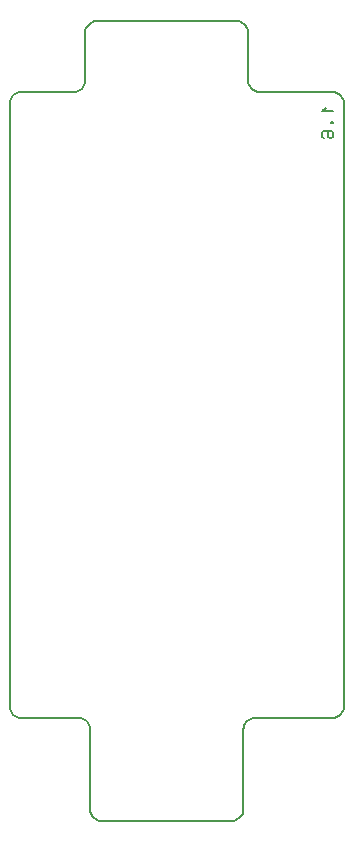
<source format=gbr>
G04 PROTEUS RS274X GERBER FILE*
%FSLAX45Y45*%
%MOMM*%
G01*
%ADD71C,0.203200*%
D71*
X+1387960Y+2580900D02*
X+1357480Y+2555500D01*
X+1448920Y+2555500D01*
X+1433680Y+2466600D02*
X+1433680Y+2453900D01*
X+1448920Y+2453900D01*
X+1448920Y+2466600D01*
X+1433680Y+2466600D01*
X+1372720Y+2326900D02*
X+1357480Y+2339600D01*
X+1357480Y+2377700D01*
X+1372720Y+2390400D01*
X+1433680Y+2390400D01*
X+1448920Y+2377700D01*
X+1448920Y+2339600D01*
X+1433680Y+2326900D01*
X+1418440Y+2326900D01*
X+1403200Y+2339600D01*
X+1403200Y+2390400D01*
X-610000Y-3352045D02*
X-608010Y-3372492D01*
X-602285Y-3391400D01*
X-581094Y-3423139D01*
X-549356Y-3444330D01*
X-530447Y-3450055D01*
X-510000Y-3452045D01*
X-610000Y-3352045D02*
X-610000Y-2682045D01*
X-611990Y-2661598D01*
X-617715Y-2642690D01*
X-638906Y-2610951D01*
X-670644Y-2589760D01*
X-689553Y-2584035D01*
X-710000Y-2582045D01*
X-1190000Y-2582045D01*
X-1290000Y-2482045D02*
X-1288010Y-2502492D01*
X-1282285Y-2521400D01*
X-1261094Y-2553139D01*
X-1229356Y-2574330D01*
X-1210447Y-2580055D01*
X-1190000Y-2582045D01*
X-1290000Y-2482045D02*
X-1290000Y+2617964D01*
X-1288010Y+2638411D01*
X-1282285Y+2657319D01*
X-1261094Y+2689058D01*
X-1229356Y+2710249D01*
X-1210447Y+2715974D01*
X-1190000Y+2717964D01*
X-750000Y+2717964D01*
X-650000Y+2817964D02*
X-651990Y+2797517D01*
X-657715Y+2778609D01*
X-678906Y+2746870D01*
X-710644Y+2725679D01*
X-729553Y+2719954D01*
X-750000Y+2717964D01*
X-650000Y+2817964D02*
X-650000Y+3218300D01*
X-648010Y+3238747D01*
X-642285Y+3257655D01*
X-621094Y+3289394D01*
X-589356Y+3310585D01*
X-570447Y+3316310D01*
X-550000Y+3318300D01*
X+630000Y+3318300D01*
X+730000Y+3218300D02*
X+728010Y+3238747D01*
X+722285Y+3257655D01*
X+701094Y+3289394D01*
X+669356Y+3310585D01*
X+650447Y+3316310D01*
X+630000Y+3318300D01*
X+730000Y+3218300D02*
X+730000Y+2817964D01*
X+731990Y+2797517D01*
X+737715Y+2778609D01*
X+758906Y+2746870D01*
X+790644Y+2725679D01*
X+809553Y+2719954D01*
X+830000Y+2717964D01*
X+1440000Y+2717964D01*
X+1540000Y+2617964D02*
X+1538010Y+2638411D01*
X+1532285Y+2657319D01*
X+1511094Y+2689058D01*
X+1479356Y+2710249D01*
X+1460447Y+2715974D01*
X+1440000Y+2717964D01*
X+1540000Y+2617964D02*
X+1540000Y-2482045D01*
X+1538010Y-2502492D01*
X+1532285Y-2521400D01*
X+1511094Y-2553139D01*
X+1479356Y-2574330D01*
X+1460447Y-2580055D01*
X+1440000Y-2582045D01*
X+790000Y-2582045D01*
X+690000Y-2682045D02*
X+691990Y-2661598D01*
X+697715Y-2642690D01*
X+718906Y-2610951D01*
X+750644Y-2589760D01*
X+769553Y-2584035D01*
X+790000Y-2582045D01*
X+690000Y-2682045D02*
X+690000Y-3352045D01*
X+688010Y-3372492D01*
X+682285Y-3391400D01*
X+661094Y-3423139D01*
X+629356Y-3444330D01*
X+610447Y-3450055D01*
X+590000Y-3452045D01*
X+302500Y-3452045D01*
X-222500Y-3452045D02*
X-510000Y-3452045D01*
X+302500Y-3452045D02*
X-222500Y-3452045D01*
M02*

</source>
